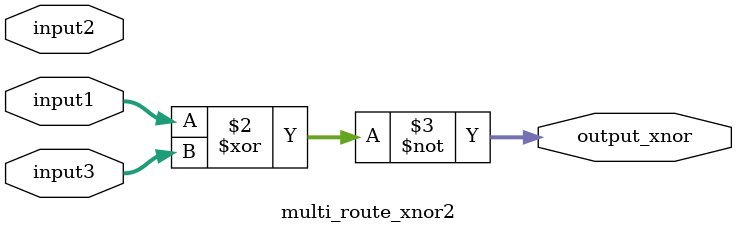
<source format=sv>
module multi_route_xnor2 (
    input  wire [7:0] input1, input2, input3,
    output reg  [7:0] output_xnor
);

    always @(*) begin
        // 原始: ~(input1 ^ input2) & ~(input2 ^ input3)
        // 使用布尔代数恒等式: XNOR(a,b) & XNOR(b,c) = ~(a^b) & ~(b^c) 
        // 可以简化为: (input1 == input2) && (input2 == input3)
        // 即: (input1 == input3)
        output_xnor = ~(input1 ^ input3);
    end

endmodule
</source>
